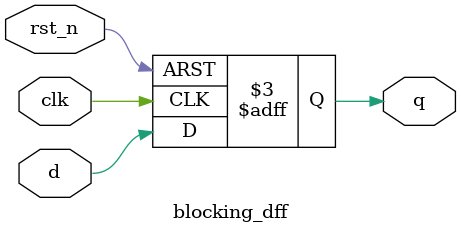
<source format=v>
module blocking_dff (
	input  wire clk,
	input  wire rst_n,
	input  wire d,
	output reg  q
);
	always @(posedge clk or negedge rst_n) begin
		if (!rst_n)
			q = 0;   
		else
			q = d;   
		end

endmodule


</source>
